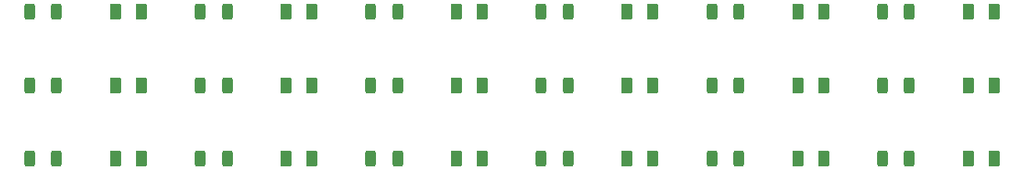
<source format=gbr>
%TF.GenerationSoftware,KiCad,Pcbnew,7.0.10*%
%TF.CreationDate,2024-02-14T12:23:40-06:00*%
%TF.ProjectId,rck,72636b2e-6b69-4636-9164-5f7063625858,rev?*%
%TF.SameCoordinates,PX22c24e4PYbb5f0a8*%
%TF.FileFunction,Paste,Top*%
%TF.FilePolarity,Positive*%
%FSLAX46Y46*%
G04 Gerber Fmt 4.6, Leading zero omitted, Abs format (unit mm)*
G04 Created by KiCad (PCBNEW 7.0.10) date 2024-02-14 12:23:40*
%MOMM*%
%LPD*%
G01*
G04 APERTURE LIST*
G04 Aperture macros list*
%AMRoundRect*
0 Rectangle with rounded corners*
0 $1 Rounding radius*
0 $2 $3 $4 $5 $6 $7 $8 $9 X,Y pos of 4 corners*
0 Add a 4 corners polygon primitive as box body*
4,1,4,$2,$3,$4,$5,$6,$7,$8,$9,$2,$3,0*
0 Add four circle primitives for the rounded corners*
1,1,$1+$1,$2,$3*
1,1,$1+$1,$4,$5*
1,1,$1+$1,$6,$7*
1,1,$1+$1,$8,$9*
0 Add four rect primitives between the rounded corners*
20,1,$1+$1,$2,$3,$4,$5,0*
20,1,$1+$1,$4,$5,$6,$7,0*
20,1,$1+$1,$6,$7,$8,$9,0*
20,1,$1+$1,$8,$9,$2,$3,0*%
G04 Aperture macros list end*
%ADD10RoundRect,0.250000X0.312500X0.625000X-0.312500X0.625000X-0.312500X-0.625000X0.312500X-0.625000X0*%
%ADD11RoundRect,0.250000X0.375000X0.625000X-0.375000X0.625000X-0.375000X-0.625000X0.375000X-0.625000X0*%
G04 APERTURE END LIST*
D10*
%TO.C,R18*%
X107961860Y151510000D03*
X105036860Y151510000D03*
%TD*%
%TO.C,R10*%
X71019316Y167512000D03*
X68094316Y167512000D03*
%TD*%
D11*
%TO.C,rD15*%
X98683724Y151560000D03*
X95883724Y151560000D03*
%TD*%
D10*
%TO.C,R7*%
X52548044Y167512000D03*
X49623044Y167512000D03*
%TD*%
D11*
%TO.C,rD4*%
X43269908Y167512000D03*
X40469908Y167512000D03*
%TD*%
%TO.C,rD11*%
X80212452Y159511000D03*
X77412452Y159511000D03*
%TD*%
D10*
%TO.C,R6*%
X34076772Y151510000D03*
X31151772Y151510000D03*
%TD*%
D11*
%TO.C,rD13*%
X98683724Y167512000D03*
X95883724Y167512000D03*
%TD*%
D10*
%TO.C,R5*%
X34076772Y159511000D03*
X31151772Y159511000D03*
%TD*%
%TO.C,R8*%
X52548044Y159511000D03*
X49623044Y159511000D03*
%TD*%
%TO.C,R4*%
X34076772Y167512000D03*
X31151772Y167512000D03*
%TD*%
D11*
%TO.C,rD18*%
X117155000Y151560000D03*
X114355000Y151560000D03*
%TD*%
D10*
%TO.C,R16*%
X107961860Y167512000D03*
X105036860Y167512000D03*
%TD*%
%TO.C,R1*%
X15605500Y167512000D03*
X12680500Y167512000D03*
%TD*%
D11*
%TO.C,rD14*%
X98683724Y159511000D03*
X95883724Y159511000D03*
%TD*%
%TO.C,rD12*%
X80212452Y151560000D03*
X77412452Y151560000D03*
%TD*%
D10*
%TO.C,R9*%
X52548044Y151510000D03*
X49623044Y151510000D03*
%TD*%
%TO.C,R2*%
X15605500Y159511000D03*
X12680500Y159511000D03*
%TD*%
D11*
%TO.C,rD8*%
X61741180Y159511000D03*
X58941180Y159511000D03*
%TD*%
D10*
%TO.C,R17*%
X107961860Y159511000D03*
X105036860Y159511000D03*
%TD*%
D11*
%TO.C,rD9*%
X61741180Y151560000D03*
X58941180Y151560000D03*
%TD*%
%TO.C,rD6*%
X43269908Y151560000D03*
X40469908Y151560000D03*
%TD*%
%TO.C,rD5*%
X43269908Y159511000D03*
X40469908Y159511000D03*
%TD*%
%TO.C,rD16*%
X117155000Y167512000D03*
X114355000Y167512000D03*
%TD*%
D10*
%TO.C,R12*%
X71019316Y151510000D03*
X68094316Y151510000D03*
%TD*%
%TO.C,R14*%
X89490588Y159511000D03*
X86565588Y159511000D03*
%TD*%
D11*
%TO.C,rD2*%
X24798636Y159511000D03*
X21998636Y159511000D03*
%TD*%
D10*
%TO.C,R15*%
X89490588Y151510000D03*
X86565588Y151510000D03*
%TD*%
%TO.C,R11*%
X71019316Y159511000D03*
X68094316Y159511000D03*
%TD*%
D11*
%TO.C,rD17*%
X117155000Y159511000D03*
X114355000Y159511000D03*
%TD*%
%TO.C,rD1*%
X24798636Y167512000D03*
X21998636Y167512000D03*
%TD*%
%TO.C,rD10*%
X80212452Y167512000D03*
X77412452Y167512000D03*
%TD*%
D10*
%TO.C,R13*%
X89490588Y167512000D03*
X86565588Y167512000D03*
%TD*%
%TO.C,R3*%
X15605500Y151510000D03*
X12680500Y151510000D03*
%TD*%
D11*
%TO.C,rD7*%
X61741180Y167512000D03*
X58941180Y167512000D03*
%TD*%
%TO.C,rD3*%
X24798636Y151560000D03*
X21998636Y151560000D03*
%TD*%
M02*

</source>
